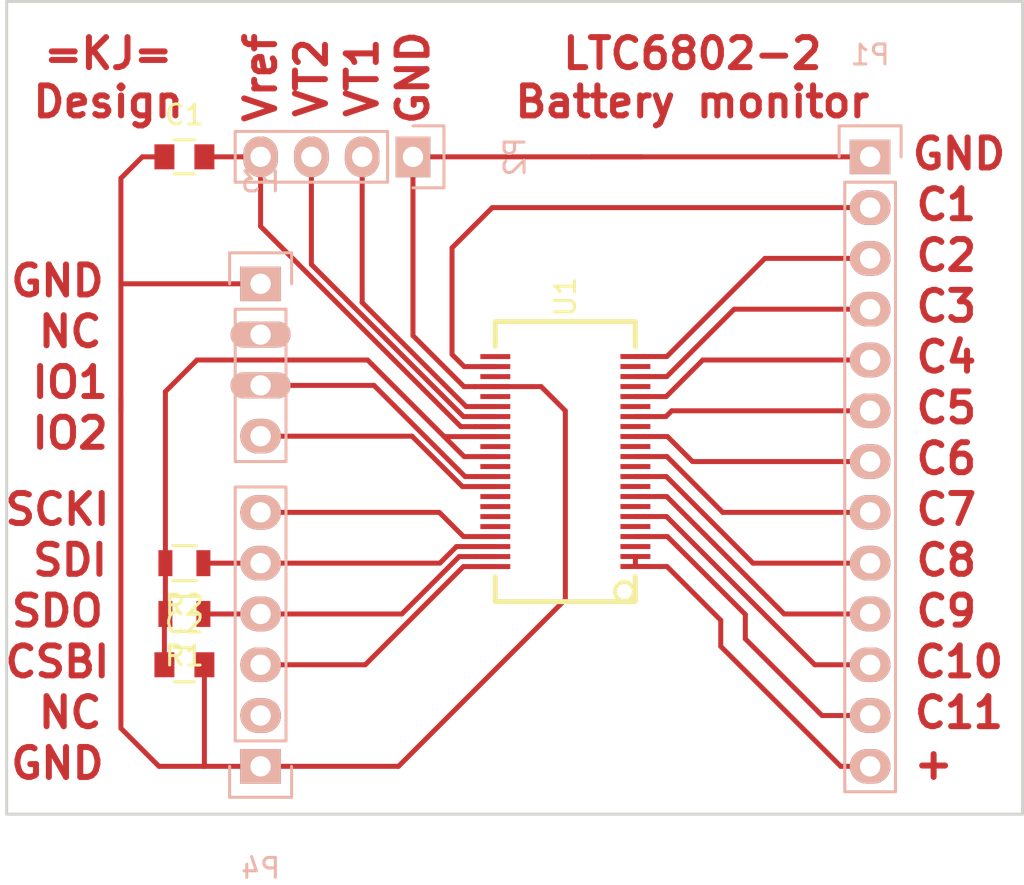
<source format=kicad_pcb>

(kicad_pcb
  (version 4)
  (host pcbnew 4.0.4+e1-6308~48~ubuntu16.04.1-stable)
  (general
    (links 35)
    (no_connects 0)
    (area 101.524999 111.684999 152.475001 152.475001)
    (thickness 1.6)
    (drawings 35)
    (tracks 114)
    (zones 0)
    (modules 9)
    (nets 24))
  (page A4)
  (layers
    (0 F.Cu signal)
    (31 B.Cu signal)
    (32 B.Adhes user)
    (33 F.Adhes user)
    (34 B.Paste user)
    (35 F.Paste user)
    (36 B.SilkS user)
    (37 F.SilkS user)
    (38 B.Mask user)
    (39 F.Mask user)
    (40 Dwgs.User user)
    (41 Cmts.User user)
    (42 Eco1.User user)
    (43 Eco2.User user)
    (44 Edge.Cuts user)
    (45 Margin user)
    (46 B.CrtYd user)
    (47 F.CrtYd user)
    (48 B.Fab user)
    (49 F.Fab user))
  (setup
    (last_trace_width 0.25)
    (user_trace_width 0.3)
    (user_trace_width 0.4)
    (user_trace_width 0.5)
    (trace_clearance 0.2)
    (zone_clearance 0.508)
    (zone_45_only no)
    (trace_min 0.2)
    (segment_width 0.2)
    (edge_width 0.15)
    (via_size 0.6)
    (via_drill 0.4)
    (via_min_size 0.4)
    (via_min_drill 0.3)
    (uvia_size 0.3)
    (uvia_drill 0.1)
    (uvias_allowed no)
    (uvia_min_size 0.2)
    (uvia_min_drill 0.1)
    (pcb_text_width 0.3)
    (pcb_text_size 1.5 1.5)
    (mod_edge_width 0.15)
    (mod_text_size 1 1)
    (mod_text_width 0.15)
    (pad_size 3 1.3)
    (pad_drill 1.016)
    (pad_to_mask_clearance 0.2)
    (aux_axis_origin 0 0)
    (visible_elements FFFFFF7F)
    (pcbplotparams
      (layerselection 0x00030_80000001)
      (usegerberextensions false)
      (excludeedgelayer true)
      (linewidth 0.1)
      (plotframeref false)
      (viasonmask false)
      (mode 1)
      (useauxorigin false)
      (hpglpennumber 1)
      (hpglpenspeed 20)
      (hpglpendiameter 15)
      (hpglpenoverlay 2)
      (psnegative false)
      (psa4output false)
      (plotreference true)
      (plotvalue true)
      (plotinvisibletext false)
      (padsonsilk false)
      (subtractmaskfromsilk false)
      (outputformat 1)
      (mirror false)
      (drillshape 1)
      (scaleselection 1)
      (outputdirectory "")))
  (net 0 "")
  (net 1 GND)
  (net 2 "Net-(C1-Pad2)")
  (net 3 +5V)
  (net 4 "Net-(P1-Pad2)")
  (net 5 "Net-(P1-Pad3)")
  (net 6 "Net-(P1-Pad4)")
  (net 7 "Net-(P1-Pad5)")
  (net 8 "Net-(P1-Pad6)")
  (net 9 "Net-(P1-Pad7)")
  (net 10 "Net-(P1-Pad8)")
  (net 11 "Net-(P1-Pad9)")
  (net 12 "Net-(P1-Pad10)")
  (net 13 "Net-(P1-Pad11)")
  (net 14 "Net-(P1-Pad12)")
  (net 15 "Net-(P1-Pad13)")
  (net 16 "Net-(P2-Pad3)")
  (net 17 "Net-(P3-Pad3)")
  (net 18 "Net-(P3-Pad4)")
  (net 19 "Net-(P4-Pad3)")
  (net 20 "Net-(P4-Pad4)")
  (net 21 "Net-(P4-Pad5)")
  (net 22 "Net-(P4-Pad6)")
  (net 23 "Net-(P2-Pad2)")
  (net_class Default "This is the default net class."
    (clearance 0.2)
    (trace_width 0.25)
    (via_dia 0.6)
    (via_drill 0.4)
    (uvia_dia 0.3)
    (uvia_drill 0.1)
    (add_net +5V)
    (add_net GND)
    (add_net "Net-(C1-Pad2)")
    (add_net "Net-(P1-Pad10)")
    (add_net "Net-(P1-Pad11)")
    (add_net "Net-(P1-Pad12)")
    (add_net "Net-(P1-Pad13)")
    (add_net "Net-(P1-Pad2)")
    (add_net "Net-(P1-Pad3)")
    (add_net "Net-(P1-Pad4)")
    (add_net "Net-(P1-Pad5)")
    (add_net "Net-(P1-Pad6)")
    (add_net "Net-(P1-Pad7)")
    (add_net "Net-(P1-Pad8)")
    (add_net "Net-(P1-Pad9)")
    (add_net "Net-(P2-Pad2)")
    (add_net "Net-(P2-Pad3)")
    (add_net "Net-(P3-Pad3)")
    (add_net "Net-(P3-Pad4)")
    (add_net "Net-(P4-Pad3)")
    (add_net "Net-(P4-Pad4)")
    (add_net "Net-(P4-Pad5)")
    (add_net "Net-(P4-Pad6)"))
  (module Pin_Headers:Pin_Header_Straight_1x13
    (layer B.Cu)
    (tedit 0)
    (tstamp 581348BC)
    (at 144.78 119.52693 180)
    (descr "Through hole pin header")
    (tags "pin header")
    (path /58134AE3)
    (fp_text reference P1
      (at 0 5.1 180)
      (layer B.SilkS)
      (effects
        (font
          (size 1 1)
          (thickness 0.15))
        (justify mirror)))
    (fp_text value CONN_01X13
      (at 0 3.1 180)
      (layer B.Fab)
      (effects
        (font
          (size 1 1)
          (thickness 0.15))
        (justify mirror)))
    (fp_line
      (start -1.75 1.75)
      (end -1.75 -32.25)
      (layer B.CrtYd)
      (width 0.05))
    (fp_line
      (start 1.75 1.75)
      (end 1.75 -32.25)
      (layer B.CrtYd)
      (width 0.05))
    (fp_line
      (start -1.75 1.75)
      (end 1.75 1.75)
      (layer B.CrtYd)
      (width 0.05))
    (fp_line
      (start -1.75 -32.25)
      (end 1.75 -32.25)
      (layer B.CrtYd)
      (width 0.05))
    (fp_line
      (start -1.27 -1.27)
      (end -1.27 -31.75)
      (layer B.SilkS)
      (width 0.15))
    (fp_line
      (start -1.27 -31.75)
      (end 1.27 -31.75)
      (layer B.SilkS)
      (width 0.15))
    (fp_line
      (start 1.27 -31.75)
      (end 1.27 -1.27)
      (layer B.SilkS)
      (width 0.15))
    (fp_line
      (start 1.55 1.55)
      (end 1.55 0)
      (layer B.SilkS)
      (width 0.15))
    (fp_line
      (start 1.27 -1.27)
      (end -1.27 -1.27)
      (layer B.SilkS)
      (width 0.15))
    (fp_line
      (start -1.55 0)
      (end -1.55 1.55)
      (layer B.SilkS)
      (width 0.15))
    (fp_line
      (start -1.55 1.55)
      (end 1.55 1.55)
      (layer B.SilkS)
      (width 0.15))
    (pad 1 thru_hole rect
      (at 0 0 180)
      (size 2.032 1.7272)
      (drill 1.016)
      (layers *.Cu *.Mask B.SilkS)
      (net 1 GND))
    (pad 2 thru_hole oval
      (at 0 -2.54 180)
      (size 2.032 1.7272)
      (drill 1.016)
      (layers *.Cu *.Mask B.SilkS)
      (net 4 "Net-(P1-Pad2)"))
    (pad 3 thru_hole oval
      (at 0 -5.08 180)
      (size 2.032 1.7272)
      (drill 1.016)
      (layers *.Cu *.Mask B.SilkS)
      (net 5 "Net-(P1-Pad3)"))
    (pad 4 thru_hole oval
      (at 0 -7.62 180)
      (size 2.032 1.7272)
      (drill 1.016)
      (layers *.Cu *.Mask B.SilkS)
      (net 6 "Net-(P1-Pad4)"))
    (pad 5 thru_hole oval
      (at 0 -10.16 180)
      (size 2.032 1.7272)
      (drill 1.016)
      (layers *.Cu *.Mask B.SilkS)
      (net 7 "Net-(P1-Pad5)"))
    (pad 6 thru_hole oval
      (at 0 -12.7 180)
      (size 2.032 1.7272)
      (drill 1.016)
      (layers *.Cu *.Mask B.SilkS)
      (net 8 "Net-(P1-Pad6)"))
    (pad 7 thru_hole oval
      (at 0 -15.24 180)
      (size 2.032 1.7272)
      (drill 1.016)
      (layers *.Cu *.Mask B.SilkS)
      (net 9 "Net-(P1-Pad7)"))
    (pad 8 thru_hole oval
      (at 0 -17.78 180)
      (size 2.032 1.7272)
      (drill 1.016)
      (layers *.Cu *.Mask B.SilkS)
      (net 10 "Net-(P1-Pad8)"))
    (pad 9 thru_hole oval
      (at 0 -20.32 180)
      (size 2.032 1.7272)
      (drill 1.016)
      (layers *.Cu *.Mask B.SilkS)
      (net 11 "Net-(P1-Pad9)"))
    (pad 10 thru_hole oval
      (at 0 -22.86 180)
      (size 2.032 1.7272)
      (drill 1.016)
      (layers *.Cu *.Mask B.SilkS)
      (net 12 "Net-(P1-Pad10)"))
    (pad 11 thru_hole oval
      (at 0 -25.4 180)
      (size 2.032 1.7272)
      (drill 1.016)
      (layers *.Cu *.Mask B.SilkS)
      (net 13 "Net-(P1-Pad11)"))
    (pad 12 thru_hole oval
      (at 0 -27.94 180)
      (size 2.032 1.7272)
      (drill 1.016)
      (layers *.Cu *.Mask B.SilkS)
      (net 14 "Net-(P1-Pad12)"))
    (pad 13 thru_hole oval
      (at 0 -30.48 180)
      (size 2.032 1.7272)
      (drill 1.016)
      (layers *.Cu *.Mask B.SilkS)
      (net 15 "Net-(P1-Pad13)"))
    (model Pin_Headers.3dshapes/Pin_Header_Straight_1x13.wrl
      (at
        (xyz 0 -0.6 0))
      (scale
        (xyz 1 1 1))
      (rotate
        (xyz 0 0 90))))
  (module Pin_Headers:Pin_Header_Straight_1x04
    (layer B.Cu)
    (tedit 0)
    (tstamp 581348C4)
    (at 121.92 119.52693 90)
    (descr "Through hole pin header")
    (tags "pin header")
    (path /58134C1B)
    (fp_text reference P2
      (at 0 5.1 90)
      (layer B.SilkS)
      (effects
        (font
          (size 1 1)
          (thickness 0.15))
        (justify mirror)))
    (fp_text value CONN_01X04
      (at 0 3.1 90)
      (layer B.Fab)
      (effects
        (font
          (size 1 1)
          (thickness 0.15))
        (justify mirror)))
    (fp_line
      (start -1.75 1.75)
      (end -1.75 -9.4)
      (layer B.CrtYd)
      (width 0.05))
    (fp_line
      (start 1.75 1.75)
      (end 1.75 -9.4)
      (layer B.CrtYd)
      (width 0.05))
    (fp_line
      (start -1.75 1.75)
      (end 1.75 1.75)
      (layer B.CrtYd)
      (width 0.05))
    (fp_line
      (start -1.75 -9.4)
      (end 1.75 -9.4)
      (layer B.CrtYd)
      (width 0.05))
    (fp_line
      (start -1.27 -1.27)
      (end -1.27 -8.89)
      (layer B.SilkS)
      (width 0.15))
    (fp_line
      (start 1.27 -1.27)
      (end 1.27 -8.89)
      (layer B.SilkS)
      (width 0.15))
    (fp_line
      (start 1.55 1.55)
      (end 1.55 0)
      (layer B.SilkS)
      (width 0.15))
    (fp_line
      (start -1.27 -8.89)
      (end 1.27 -8.89)
      (layer B.SilkS)
      (width 0.15))
    (fp_line
      (start 1.27 -1.27)
      (end -1.27 -1.27)
      (layer B.SilkS)
      (width 0.15))
    (fp_line
      (start -1.55 0)
      (end -1.55 1.55)
      (layer B.SilkS)
      (width 0.15))
    (fp_line
      (start -1.55 1.55)
      (end 1.55 1.55)
      (layer B.SilkS)
      (width 0.15))
    (pad 1 thru_hole rect
      (at 0 0 90)
      (size 2.032 1.7272)
      (drill 1.016)
      (layers *.Cu *.Mask B.SilkS)
      (net 1 GND))
    (pad 2 thru_hole oval
      (at 0 -2.54 90)
      (size 2.032 1.7272)
      (drill 1.016)
      (layers *.Cu *.Mask B.SilkS)
      (net 23 "Net-(P2-Pad2)"))
    (pad 3 thru_hole oval
      (at 0 -5.08 90)
      (size 2.032 1.7272)
      (drill 1.016)
      (layers *.Cu *.Mask B.SilkS)
      (net 16 "Net-(P2-Pad3)"))
    (pad 4 thru_hole oval
      (at 0 -7.62 90)
      (size 2.032 1.7272)
      (drill 1.016)
      (layers *.Cu *.Mask B.SilkS)
      (net 2 "Net-(C1-Pad2)"))
    (model Pin_Headers.3dshapes/Pin_Header_Straight_1x04.wrl
      (at
        (xyz 0 -0.15 0))
      (scale
        (xyz 1 1 1))
      (rotate
        (xyz 0 0 90))))
  (module Pin_Headers:Pin_Header_Straight_1x04
    (layer B.Cu)
    (tedit 5813527D)
    (tstamp 581348CC)
    (at 114.3 125.87693 180)
    (descr "Through hole pin header")
    (tags "pin header")
    (path /5813505B)
    (fp_text reference P3
      (at 0 5.1 180)
      (layer B.SilkS)
      (effects
        (font
          (size 1 1)
          (thickness 0.15))
        (justify mirror)))
    (fp_text value CONN_01X04
      (at 0 3.1 180)
      (layer B.Fab)
      (effects
        (font
          (size 1 1)
          (thickness 0.15))
        (justify mirror)))
    (fp_line
      (start -1.75 1.75)
      (end -1.75 -9.4)
      (layer B.CrtYd)
      (width 0.05))
    (fp_line
      (start 1.75 1.75)
      (end 1.75 -9.4)
      (layer B.CrtYd)
      (width 0.05))
    (fp_line
      (start -1.75 1.75)
      (end 1.75 1.75)
      (layer B.CrtYd)
      (width 0.05))
    (fp_line
      (start -1.75 -9.4)
      (end 1.75 -9.4)
      (layer B.CrtYd)
      (width 0.05))
    (fp_line
      (start -1.27 -1.27)
      (end -1.27 -8.89)
      (layer B.SilkS)
      (width 0.15))
    (fp_line
      (start 1.27 -1.27)
      (end 1.27 -8.89)
      (layer B.SilkS)
      (width 0.15))
    (fp_line
      (start 1.55 1.55)
      (end 1.55 0)
      (layer B.SilkS)
      (width 0.15))
    (fp_line
      (start -1.27 -8.89)
      (end 1.27 -8.89)
      (layer B.SilkS)
      (width 0.15))
    (fp_line
      (start 1.27 -1.27)
      (end -1.27 -1.27)
      (layer B.SilkS)
      (width 0.15))
    (fp_line
      (start -1.55 0)
      (end -1.55 1.55)
      (layer B.SilkS)
      (width 0.15))
    (fp_line
      (start -1.55 1.55)
      (end 1.55 1.55)
      (layer B.SilkS)
      (width 0.15))
    (pad 1 thru_hole rect
      (at 0 0 180)
      (size 2.032 1.7272)
      (drill 1.016)
      (layers *.Cu *.Mask B.SilkS)
      (net 1 GND))
    (pad 2 thru_hole oval
      (at 0 -2.54 180)
      (size 3 1.3)
      (drill 1.016)
      (layers *.Cu *.Mask B.SilkS))
    (pad 3 thru_hole oval
      (at 0 -5.08 180)
      (size 3 1.3)
      (drill 1.016)
      (layers *.Cu *.Mask B.SilkS)
      (net 17 "Net-(P3-Pad3)"))
    (pad 4 thru_hole oval
      (at 0 -7.62 180)
      (size 2.032 1.7272)
      (drill 1.016)
      (layers *.Cu *.Mask B.SilkS)
      (net 18 "Net-(P3-Pad4)"))
    (model Pin_Headers.3dshapes/Pin_Header_Straight_1x04.wrl
      (at
        (xyz 0 -0.15 0))
      (scale
        (xyz 1 1 1))
      (rotate
        (xyz 0 0 90))))
  (module Pin_Headers:Pin_Header_Straight_1x06
    (layer B.Cu)
    (tedit 0)
    (tstamp 581348D6)
    (at 114.3 150.00693)
    (descr "Through hole pin header")
    (tags "pin header")
    (path /58135470)
    (fp_text reference P4
      (at 0 5.1)
      (layer B.SilkS)
      (effects
        (font
          (size 1 1)
          (thickness 0.15))
        (justify mirror)))
    (fp_text value CONN_01X06
      (at 0 3.1)
      (layer B.Fab)
      (effects
        (font
          (size 1 1)
          (thickness 0.15))
        (justify mirror)))
    (fp_line
      (start -1.75 1.75)
      (end -1.75 -14.45)
      (layer B.CrtYd)
      (width 0.05))
    (fp_line
      (start 1.75 1.75)
      (end 1.75 -14.45)
      (layer B.CrtYd)
      (width 0.05))
    (fp_line
      (start -1.75 1.75)
      (end 1.75 1.75)
      (layer B.CrtYd)
      (width 0.05))
    (fp_line
      (start -1.75 -14.45)
      (end 1.75 -14.45)
      (layer B.CrtYd)
      (width 0.05))
    (fp_line
      (start 1.27 -1.27)
      (end 1.27 -13.97)
      (layer B.SilkS)
      (width 0.15))
    (fp_line
      (start 1.27 -13.97)
      (end -1.27 -13.97)
      (layer B.SilkS)
      (width 0.15))
    (fp_line
      (start -1.27 -13.97)
      (end -1.27 -1.27)
      (layer B.SilkS)
      (width 0.15))
    (fp_line
      (start 1.55 1.55)
      (end 1.55 0)
      (layer B.SilkS)
      (width 0.15))
    (fp_line
      (start 1.27 -1.27)
      (end -1.27 -1.27)
      (layer B.SilkS)
      (width 0.15))
    (fp_line
      (start -1.55 0)
      (end -1.55 1.55)
      (layer B.SilkS)
      (width 0.15))
    (fp_line
      (start -1.55 1.55)
      (end 1.55 1.55)
      (layer B.SilkS)
      (width 0.15))
    (pad 1 thru_hole rect
      (at 0 0)
      (size 2.032 1.7272)
      (drill 1.016)
      (layers *.Cu *.Mask B.SilkS)
      (net 1 GND))
    (pad 2 thru_hole oval
      (at 0 -2.54)
      (size 2.032 1.7272)
      (drill 1.016)
      (layers *.Cu *.Mask B.SilkS))
    (pad 3 thru_hole oval
      (at 0 -5.08)
      (size 2.032 1.7272)
      (drill 1.016)
      (layers *.Cu *.Mask B.SilkS)
      (net 19 "Net-(P4-Pad3)"))
    (pad 4 thru_hole oval
      (at 0 -7.62)
      (size 2.032 1.7272)
      (drill 1.016)
      (layers *.Cu *.Mask B.SilkS)
      (net 20 "Net-(P4-Pad4)"))
    (pad 5 thru_hole oval
      (at 0 -10.16)
      (size 2.032 1.7272)
      (drill 1.016)
      (layers *.Cu *.Mask B.SilkS)
      (net 21 "Net-(P4-Pad5)"))
    (pad 6 thru_hole oval
      (at 0 -12.7)
      (size 2.032 1.7272)
      (drill 1.016)
      (layers *.Cu *.Mask B.SilkS)
      (net 22 "Net-(P4-Pad6)"))
    (model Pin_Headers.3dshapes/Pin_Header_Straight_1x06.wrl
      (at
        (xyz 0 -0.25 0))
      (scale
        (xyz 1 1 1))
      (rotate
        (xyz 0 0 90))))
  (module KiCad-Dev:SSOP-44 placed
    (layer F.Cu)
    (tedit 5146436F)
    (tstamp 58134912)
    (at 129.54 134.76693 90)
    (path /58133900)
    (solder_mask_margin 0.0508)
    (fp_text reference U1
      (at 8.25 0 90)
      (layer F.SilkS)
      (effects
        (font
          (size 1.00076 1.00076)
          (thickness 0.14986))))
    (fp_text value LTC6802-2
      (at -0.14986 1.39954 90)
      (layer F.SilkS) hide
      (effects
        (font
          (thickness 0.3048))))
    (fp_line
      (start 5.75 -3.5)
      (end 7 -3.5)
      (layer F.SilkS)
      (width 0.254))
    (fp_line
      (start 7 -3.5)
      (end 7 3.5)
      (layer F.SilkS)
      (width 0.254))
    (fp_line
      (start 7 3.5)
      (end 5.75 3.5)
      (layer F.SilkS)
      (width 0.254))
    (fp_line
      (start -5.75 -3.5)
      (end -7 -3.5)
      (layer F.SilkS)
      (width 0.254))
    (fp_line
      (start -7 -3.5)
      (end -7 3.5)
      (layer F.SilkS)
      (width 0.254))
    (fp_line
      (start -7 3.5)
      (end -5.75 3.5)
      (layer F.SilkS)
      (width 0.254))
    (fp_circle
      (center -6.4991 2.95034)
      (end -6.10032 3.19926)
      (layer F.SilkS)
      (width 0.19558))
    (pad 1 smd rect
      (at -5.24764 3.50266 90)
      (size 0.24892 1.4986)
      (layers F.Cu F.Paste F.Mask)
      (net 15 "Net-(P1-Pad13)"))
    (pad 2 smd rect
      (at -4.74726 3.50266 90)
      (size 0.24892 1.4986)
      (layers F.Cu F.Paste F.Mask)
      (net 15 "Net-(P1-Pad13)"))
    (pad 3 smd rect
      (at -4.24942 3.50266 90)
      (size 0.24892 1.4986)
      (layers F.Cu F.Paste F.Mask))
    (pad 4 smd rect
      (at -3.74904 3.50266 90)
      (size 0.24892 1.4986)
      (layers F.Cu F.Paste F.Mask)
      (net 14 "Net-(P1-Pad12)"))
    (pad 5 smd rect
      (at -3.24866 3.50266 90)
      (size 0.24892 1.4986)
      (layers F.Cu F.Paste F.Mask))
    (pad 6 smd rect
      (at -2.74828 3.50266 90)
      (size 0.24892 1.4986)
      (layers F.Cu F.Paste F.Mask)
      (net 13 "Net-(P1-Pad11)"))
    (pad 7 smd rect
      (at -2.2479 3.50266 90)
      (size 0.24892 1.4986)
      (layers F.Cu F.Paste F.Mask))
    (pad 8 smd rect
      (at -1.74752 3.50266 90)
      (size 0.24892 1.4986)
      (layers F.Cu F.Paste F.Mask)
      (net 12 "Net-(P1-Pad10)"))
    (pad 9 smd rect
      (at -1.24714 3.50266 90)
      (size 0.24892 1.4986)
      (layers F.Cu F.Paste F.Mask))
    (pad 10 smd rect
      (at -0.7493 3.50266 90)
      (size 0.24892 1.4986)
      (layers F.Cu F.Paste F.Mask)
      (net 11 "Net-(P1-Pad9)"))
    (pad 11 smd rect
      (at -0.24892 3.50266 90)
      (size 0.24892 1.4986)
      (layers F.Cu F.Paste F.Mask))
    (pad 12 smd rect
      (at 0.25146 3.50266 90)
      (size 0.24892 1.4986)
      (layers F.Cu F.Paste F.Mask)
      (net 10 "Net-(P1-Pad8)"))
    (pad 13 smd rect
      (at 0.75184 3.50266 90)
      (size 0.24892 1.4986)
      (layers F.Cu F.Paste F.Mask))
    (pad 14 smd rect
      (at 1.25222 3.50266 90)
      (size 0.24892 1.4986)
      (layers F.Cu F.Paste F.Mask)
      (net 9 "Net-(P1-Pad7)"))
    (pad 15 smd rect
      (at 1.7526 3.50266 90)
      (size 0.24892 1.4986)
      (layers F.Cu F.Paste F.Mask))
    (pad 16 smd rect
      (at 2.25044 3.50266 90)
      (size 0.24892 1.4986)
      (layers F.Cu F.Paste F.Mask)
      (net 8 "Net-(P1-Pad6)"))
    (pad 17 smd rect
      (at 2.75082 3.50266 90)
      (size 0.24892 1.4986)
      (layers F.Cu F.Paste F.Mask))
    (pad 18 smd rect
      (at 3.2512 3.50266 90)
      (size 0.24892 1.4986)
      (layers F.Cu F.Paste F.Mask)
      (net 7 "Net-(P1-Pad5)"))
    (pad 19 smd rect
      (at 3.75158 3.50266 90)
      (size 0.24892 1.4986)
      (layers F.Cu F.Paste F.Mask))
    (pad 20 smd rect
      (at 4.25196 3.50266 90)
      (size 0.24892 1.4986)
      (layers F.Cu F.Paste F.Mask)
      (net 6 "Net-(P1-Pad4)"))
    (pad 21 smd rect
      (at 4.75234 3.50266 90)
      (size 0.24892 1.4986)
      (layers F.Cu F.Paste F.Mask))
    (pad 22 smd rect
      (at 5.25272 3.50266 90)
      (size 0.24892 1.4986)
      (layers F.Cu F.Paste F.Mask)
      (net 5 "Net-(P1-Pad3)"))
    (pad 23 smd rect
      (at 5.25018 -3.50266 90)
      (size 0.24892 1.4986)
      (layers F.Cu F.Paste F.Mask))
    (pad 24 smd rect
      (at 4.7498 -3.50266 90)
      (size 0.24892 1.4986)
      (layers F.Cu F.Paste F.Mask)
      (net 4 "Net-(P1-Pad2)"))
    (pad 25 smd rect
      (at 4.24942 -3.50266 90)
      (size 0.24892 1.4986)
      (layers F.Cu F.Paste F.Mask))
    (pad 26 smd rect
      (at 3.74904 -3.50266 90)
      (size 0.24892 1.4986)
      (layers F.Cu F.Paste F.Mask)
      (net 1 GND))
    (pad 27 smd rect
      (at 3.2512 -3.50266 90)
      (size 0.24892 1.4986)
      (layers F.Cu F.Paste F.Mask))
    (pad 28 smd rect
      (at 2.75082 -3.50266 90)
      (size 0.24892 1.4986)
      (layers F.Cu F.Paste F.Mask)
      (net 23 "Net-(P2-Pad2)"))
    (pad 29 smd rect
      (at 2.25044 -3.50266 90)
      (size 0.24892 1.4986)
      (layers F.Cu F.Paste F.Mask)
      (net 16 "Net-(P2-Pad3)"))
    (pad 30 smd rect
      (at 1.75006 -3.50266 90)
      (size 0.24892 1.4986)
      (layers F.Cu F.Paste F.Mask)
      (net 2 "Net-(C1-Pad2)"))
    (pad 31 smd rect
      (at 1.24968 -3.50266 90)
      (size 0.24892 1.4986)
      (layers F.Cu F.Paste F.Mask)
      (net 3 +5V))
    (pad 32 smd rect
      (at 0.7493 -3.50266 90)
      (size 0.24892 1.4986)
      (layers F.Cu F.Paste F.Mask))
    (pad 33 smd rect
      (at 0.24892 -3.50266 90)
      (size 0.24892 1.4986)
      (layers F.Cu F.Paste F.Mask)
      (net 3 +5V))
    (pad 34 smd rect
      (at -0.24892 -3.50266 90)
      (size 0.24892 1.4986)
      (layers F.Cu F.Paste F.Mask))
    (pad 35 smd rect
      (at -0.7493 -3.50266 90)
      (size 0.24892 1.4986)
      (layers F.Cu F.Paste F.Mask)
      (net 17 "Net-(P3-Pad3)"))
    (pad 36 smd rect
      (at -1.24968 -3.50266 90)
      (size 0.24892 1.4986)
      (layers F.Cu F.Paste F.Mask)
      (net 18 "Net-(P3-Pad4)"))
    (pad 37 smd rect
      (at -1.75006 -3.50266 90)
      (size 0.24892 1.4986)
      (layers F.Cu F.Paste F.Mask))
    (pad 38 smd rect
      (at -2.25044 -3.50266 90)
      (size 0.24892 1.4986)
      (layers F.Cu F.Paste F.Mask))
    (pad 39 smd rect
      (at -2.75082 -3.50266 90)
      (size 0.24892 1.4986)
      (layers F.Cu F.Paste F.Mask))
    (pad 40 smd rect
      (at -3.2512 -3.50266 90)
      (size 0.24892 1.4986)
      (layers F.Cu F.Paste F.Mask))
    (pad 41 smd rect
      (at -3.74904 -3.50266 90)
      (size 0.24892 1.4986)
      (layers F.Cu F.Paste F.Mask)
      (net 22 "Net-(P4-Pad6)"))
    (pad 42 smd rect
      (at -4.24942 -3.50266 90)
      (size 0.24892 1.4986)
      (layers F.Cu F.Paste F.Mask)
      (net 21 "Net-(P4-Pad5)"))
    (pad 43 smd rect
      (at -4.7498 -3.50266 90)
      (size 0.24892 1.4986)
      (layers F.Cu F.Paste F.Mask)
      (net 20 "Net-(P4-Pad4)"))
    (pad 44 smd rect
      (at -5.25018 -3.50266 90)
      (size 0.24892 1.4986)
      (layers F.Cu F.Paste F.Mask)
      (net 19 "Net-(P4-Pad3)")))
  (module Capacitors_SMD:C_0805
    (layer F.Cu)
    (tedit 5415D6EA)
    (tstamp 58134A0B)
    (at 110.49 119.52693)
    (descr "Capacitor SMD 0805, reflow soldering, AVX (see smccp.pdf)")
    (tags "capacitor 0805")
    (path /58134476)
    (attr smd)
    (fp_text reference C1
      (at 0 -2.1)
      (layer F.SilkS)
      (effects
        (font
          (size 1 1)
          (thickness 0.15))))
    (fp_text value C
      (at 0 2.1)
      (layer F.Fab)
      (effects
        (font
          (size 1 1)
          (thickness 0.15))))
    (fp_line
      (start -1 0.625)
      (end -1 -0.625)
      (layer F.Fab)
      (width 0.15))
    (fp_line
      (start 1 0.625)
      (end -1 0.625)
      (layer F.Fab)
      (width 0.15))
    (fp_line
      (start 1 -0.625)
      (end 1 0.625)
      (layer F.Fab)
      (width 0.15))
    (fp_line
      (start -1 -0.625)
      (end 1 -0.625)
      (layer F.Fab)
      (width 0.15))
    (fp_line
      (start -1.8 -1)
      (end 1.8 -1)
      (layer F.CrtYd)
      (width 0.05))
    (fp_line
      (start -1.8 1)
      (end 1.8 1)
      (layer F.CrtYd)
      (width 0.05))
    (fp_line
      (start -1.8 -1)
      (end -1.8 1)
      (layer F.CrtYd)
      (width 0.05))
    (fp_line
      (start 1.8 -1)
      (end 1.8 1)
      (layer F.CrtYd)
      (width 0.05))
    (fp_line
      (start 0.5 -0.85)
      (end -0.5 -0.85)
      (layer F.SilkS)
      (width 0.15))
    (fp_line
      (start -0.5 0.85)
      (end 0.5 0.85)
      (layer F.SilkS)
      (width 0.15))
    (pad 1 smd rect
      (at -1 0)
      (size 1 1.25)
      (layers F.Cu F.Paste F.Mask)
      (net 1 GND))
    (pad 2 smd rect
      (at 1 0)
      (size 1 1.25)
      (layers F.Cu F.Paste F.Mask)
      (net 2 "Net-(C1-Pad2)"))
    (model Capacitors_SMD.3dshapes/C_0805.wrl
      (at
        (xyz 0 0 0))
      (scale
        (xyz 1 1 1))
      (rotate
        (xyz 0 0 0))))
  (module Capacitors_SMD:C_0805
    (layer F.Cu)
    (tedit 5415D6EA)
    (tstamp 58134A10)
    (at 110.49 144.92693)
    (descr "Capacitor SMD 0805, reflow soldering, AVX (see smccp.pdf)")
    (tags "capacitor 0805")
    (path /581340D0)
    (attr smd)
    (fp_text reference C2
      (at 0 -2.1)
      (layer F.SilkS)
      (effects
        (font
          (size 1 1)
          (thickness 0.15))))
    (fp_text value C
      (at 0 2.1)
      (layer F.Fab)
      (effects
        (font
          (size 1 1)
          (thickness 0.15))))
    (fp_line
      (start -1 0.625)
      (end -1 -0.625)
      (layer F.Fab)
      (width 0.15))
    (fp_line
      (start 1 0.625)
      (end -1 0.625)
      (layer F.Fab)
      (width 0.15))
    (fp_line
      (start 1 -0.625)
      (end 1 0.625)
      (layer F.Fab)
      (width 0.15))
    (fp_line
      (start -1 -0.625)
      (end 1 -0.625)
      (layer F.Fab)
      (width 0.15))
    (fp_line
      (start -1.8 -1)
      (end 1.8 -1)
      (layer F.CrtYd)
      (width 0.05))
    (fp_line
      (start -1.8 1)
      (end 1.8 1)
      (layer F.CrtYd)
      (width 0.05))
    (fp_line
      (start -1.8 -1)
      (end -1.8 1)
      (layer F.CrtYd)
      (width 0.05))
    (fp_line
      (start 1.8 -1)
      (end 1.8 1)
      (layer F.CrtYd)
      (width 0.05))
    (fp_line
      (start 0.5 -0.85)
      (end -0.5 -0.85)
      (layer F.SilkS)
      (width 0.15))
    (fp_line
      (start -0.5 0.85)
      (end 0.5 0.85)
      (layer F.SilkS)
      (width 0.15))
    (pad 1 smd rect
      (at -1 0)
      (size 1 1.25)
      (layers F.Cu F.Paste F.Mask)
      (net 3 +5V))
    (pad 2 smd rect
      (at 1 0)
      (size 1 1.25)
      (layers F.Cu F.Paste F.Mask)
      (net 1 GND))
    (model Capacitors_SMD.3dshapes/C_0805.wrl
      (at
        (xyz 0 0 0))
      (scale
        (xyz 1 1 1))
      (rotate
        (xyz 0 0 0))))
  (module Resistors_SMD:R_0805
    (layer F.Cu)
    (tedit 5415CDEB)
    (tstamp 58134A15)
    (at 110.49 142.38693 180)
    (descr "Resistor SMD 0805, reflow soldering, Vishay (see dcrcw.pdf)")
    (tags "resistor 0805")
    (path /58133EAB)
    (attr smd)
    (fp_text reference R1
      (at 0 -2.1 180)
      (layer F.SilkS)
      (effects
        (font
          (size 1 1)
          (thickness 0.15))))
    (fp_text value R
      (at 0 2.1 180)
      (layer F.Fab)
      (effects
        (font
          (size 1 1)
          (thickness 0.15))))
    (fp_line
      (start -1.6 -1)
      (end 1.6 -1)
      (layer F.CrtYd)
      (width 0.05))
    (fp_line
      (start -1.6 1)
      (end 1.6 1)
      (layer F.CrtYd)
      (width 0.05))
    (fp_line
      (start -1.6 -1)
      (end -1.6 1)
      (layer F.CrtYd)
      (width 0.05))
    (fp_line
      (start 1.6 -1)
      (end 1.6 1)
      (layer F.CrtYd)
      (width 0.05))
    (fp_line
      (start 0.6 0.875)
      (end -0.6 0.875)
      (layer F.SilkS)
      (width 0.15))
    (fp_line
      (start -0.6 -0.875)
      (end 0.6 -0.875)
      (layer F.SilkS)
      (width 0.15))
    (pad 1 smd rect
      (at -0.95 0 180)
      (size 0.7 1.3)
      (layers F.Cu F.Paste F.Mask)
      (net 20 "Net-(P4-Pad4)"))
    (pad 2 smd rect
      (at 0.95 0 180)
      (size 0.7 1.3)
      (layers F.Cu F.Paste F.Mask)
      (net 3 +5V))
    (model Resistors_SMD.3dshapes/R_0805.wrl
      (at
        (xyz 0 0 0))
      (scale
        (xyz 1 1 1))
      (rotate
        (xyz 0 0 0))))
  (module Resistors_SMD:R_0805
    (layer F.Cu)
    (tedit 5415CDEB)
    (tstamp 58134A1A)
    (at 110.49 139.84693 180)
    (descr "Resistor SMD 0805, reflow soldering, Vishay (see dcrcw.pdf)")
    (tags "resistor 0805")
    (path /58133F04)
    (attr smd)
    (fp_text reference R2
      (at 0 -2.1 180)
      (layer F.SilkS)
      (effects
        (font
          (size 1 1)
          (thickness 0.15))))
    (fp_text value R
      (at 0 2.1 180)
      (layer F.Fab)
      (effects
        (font
          (size 1 1)
          (thickness 0.15))))
    (fp_line
      (start -1.6 -1)
      (end 1.6 -1)
      (layer F.CrtYd)
      (width 0.05))
    (fp_line
      (start -1.6 1)
      (end 1.6 1)
      (layer F.CrtYd)
      (width 0.05))
    (fp_line
      (start -1.6 -1)
      (end -1.6 1)
      (layer F.CrtYd)
      (width 0.05))
    (fp_line
      (start 1.6 -1)
      (end 1.6 1)
      (layer F.CrtYd)
      (width 0.05))
    (fp_line
      (start 0.6 0.875)
      (end -0.6 0.875)
      (layer F.SilkS)
      (width 0.15))
    (fp_line
      (start -0.6 -0.875)
      (end 0.6 -0.875)
      (layer F.SilkS)
      (width 0.15))
    (pad 1 smd rect
      (at -0.95 0 180)
      (size 0.7 1.3)
      (layers F.Cu F.Paste F.Mask)
      (net 21 "Net-(P4-Pad5)"))
    (pad 2 smd rect
      (at 0.95 0 180)
      (size 0.7 1.3)
      (layers F.Cu F.Paste F.Mask)
      (net 3 +5V))
    (model Resistors_SMD.3dshapes/R_0805.wrl
      (at
        (xyz 0 0 0))
      (scale
        (xyz 1 1 1))
      (rotate
        (xyz 0 0 0))))
  (gr_text NC
    (at 104.775 147.32)
    (layer F.Cu)
    (tstamp 5813A0F2)
    (effects
      (font
        (size 1.5 1.5)
        (thickness 0.3))))
  (gr_text "=KJ=\nDesign"
    (at 106.68 115.57)
    (layer F.Cu)
    (effects
      (font
        (size 1.5 1.5)
        (thickness 0.3))))
  (gr_text "LTC6802-2\nBattery monitor"
    (at 135.89 115.57)
    (layer F.Cu)
    (effects
      (font
        (size 1.5 1.5)
        (thickness 0.3))))
  (gr_text NC
    (at 104.775 128.27)
    (layer F.Cu)
    (effects
      (font
        (size 1.5 1.5)
        (thickness 0.3))))
  (gr_text GND
    (at 104.14 149.86)
    (layer F.Cu)
    (tstamp 5813A001)
    (effects
      (font
        (size 1.5 1.5)
        (thickness 0.3))))
  (gr_text SCKI
    (at 104.14 137.16)
    (layer F.Cu)
    (tstamp 58139FE0)
    (effects
      (font
        (size 1.5 1.5)
        (thickness 0.3))))
  (gr_text SDI
    (at 104.775 139.7)
    (layer F.Cu)
    (tstamp 58139FDE)
    (effects
      (font
        (size 1.5 1.5)
        (thickness 0.3))))
  (gr_text SDO
    (at 104.14 142.24)
    (layer F.Cu)
    (tstamp 58139FDD)
    (effects
      (font
        (size 1.5 1.5)
        (thickness 0.3))))
  (gr_text CSBI
    (at 104.14 144.78)
    (layer F.Cu)
    (effects
      (font
        (size 1.5 1.5)
        (thickness 0.3))))
  (gr_text IO2
    (at 104.775 133.35)
    (layer F.Cu)
    (effects
      (font
        (size 1.5 1.5)
        (thickness 0.3))))
  (gr_text IO1
    (at 104.775 130.81)
    (layer F.Cu)
    (effects
      (font
        (size 1.5 1.5)
        (thickness 0.3))))
  (gr_text GND
    (at 104.14 125.73)
    (layer F.Cu)
    (effects
      (font
        (size 1.5 1.5)
        (thickness 0.3))))
  (gr_text Vref
    (at 114.3 115.57 90)
    (layer F.Cu)
    (tstamp 58139F3C)
    (effects
      (font
        (size 1.5 1.5)
        (thickness 0.3))))
  (gr_text VT2
    (at 116.84 115.57 90)
    (layer F.Cu)
    (tstamp 58139F3B)
    (effects
      (font
        (size 1.5 1.5)
        (thickness 0.3))))
  (gr_text VT1
    (at 119.38 115.57 90)
    (layer F.Cu)
    (effects
      (font
        (size 1.5 1.5)
        (thickness 0.3))))
  (gr_text GND
    (at 121.92 115.57 90)
    (layer F.Cu)
    (effects
      (font
        (size 1.5 1.5)
        (thickness 0.3))))
  (gr_text +
    (at 147.955 149.86)
    (layer F.Cu)
    (tstamp 5.8139e+103)
    (effects
      (font
        (size 1.5 1.5)
        (thickness 0.3))))
  (gr_text C11
    (at 149.225 147.32)
    (layer F.Cu)
    (tstamp 5.8139e+102)
    (effects
      (font
        (size 1.5 1.5)
        (thickness 0.3))))
  (gr_text C10
    (at 149.225 144.78)
    (layer F.Cu)
    (tstamp 5.8139e+100)
    (effects
      (font
        (size 1.5 1.5)
        (thickness 0.3))))
  (gr_text C9
    (at 148.59 142.24)
    (layer F.Cu)
    (tstamp 5.8139e+99)
    (effects
      (font
        (size 1.5 1.5)
        (thickness 0.3))))
  (gr_text C8
    (at 148.59 139.7)
    (layer F.Cu)
    (tstamp 5.8139e+97)
    (effects
      (font
        (size 1.5 1.5)
        (thickness 0.3))))
  (gr_text C7
    (at 148.59 137.16)
    (layer F.Cu)
    (tstamp 58139E8C)
    (effects
      (font
        (size 1.5 1.5)
        (thickness 0.3))))
  (gr_text C6
    (at 148.59 134.62)
    (layer F.Cu)
    (tstamp 58139E8A)
    (effects
      (font
        (size 1.5 1.5)
        (thickness 0.3))))
  (gr_text C5
    (at 148.59 132.08)
    (layer F.Cu)
    (tstamp 5.8139e+93)
    (effects
      (font
        (size 1.5 1.5)
        (thickness 0.3))))
  (gr_text C4
    (at 148.59 129.54)
    (layer F.Cu)
    (tstamp 5.8139e+92)
    (effects
      (font
        (size 1.5 1.5)
        (thickness 0.3))))
  (gr_text C3
    (at 148.59 127)
    (layer F.Cu)
    (tstamp 5.8139e+90)
    (effects
      (font
        (size 1.5 1.5)
        (thickness 0.3))))
  (gr_text C2
    (at 148.59 124.46)
    (layer F.Cu)
    (tstamp 5.8139e+88)
    (effects
      (font
        (size 1.5 1.5)
        (thickness 0.3))))
  (gr_text C1
    (at 148.59 121.92)
    (layer F.Cu)
    (effects
      (font
        (size 1.5 1.5)
        (thickness 0.3))))
  (gr_text GND
    (at 149.225 119.38)
    (layer F.Cu)
    (effects
      (font
        (size 1.5 1.5)
        (thickness 0.3))))
  (gr_line
    (start 101.6 111.76)
    (end 152.4 111.76)
    (layer Edge.Cuts)
    (width 0.15))
  (gr_line
    (start 101.6 152.4)
    (end 101.6 111.76)
    (layer Edge.Cuts)
    (width 0.15))
  (gr_line
    (start 152.4 152.4)
    (end 101.6 152.4)
    (layer Edge.Cuts)
    (width 0.15))
  (gr_line
    (start 152.4 111.76)
    (end 152.4 152.4)
    (layer Edge.Cuts)
    (width 0.15))
  (gr_line
    (start 124.46 142.38693)
    (end 124.46 127.14693)
    (layer Dwgs.User)
    (width 0.2))
  (gr_line
    (start 134.62 142.38693)
    (end 134.62 127.14693)
    (layer Dwgs.User)
    (width 0.2))
  (segment
    (start 114.3 150.00693)
    (end 121.19534 150.00693)
    (width 0.25)
    (layer F.Cu)
    (net 1))
  (segment
    (start 121.19534 150.00693)
    (end 129.54 141.66227)
    (width 0.25)
    (layer F.Cu)
    (net 1))
  (segment
    (start 129.54 141.66227)
    (end 129.54 132.22693)
    (width 0.25)
    (layer F.Cu)
    (net 1))
  (segment
    (start 129.54 132.22693)
    (end 128.33096 131.01789)
    (width 0.25)
    (layer F.Cu)
    (net 1))
  (segment
    (start 128.33096 131.01789)
    (end 126.03734 131.01789)
    (width 0.25)
    (layer F.Cu)
    (net 1))
  (segment
    (start 121.92 119.52693)
    (end 121.92 128.469043)
    (width 0.25)
    (layer F.Cu)
    (net 1))
  (segment
    (start 121.92 128.469043)
    (end 124.468847 131.01789)
    (width 0.25)
    (layer F.Cu)
    (net 1))
  (segment
    (start 124.468847 131.01789)
    (end 125.03804 131.01789)
    (width 0.25)
    (layer F.Cu)
    (net 1))
  (segment
    (start 125.03804 131.01789)
    (end 126.03734 131.01789)
    (width 0.25)
    (layer F.Cu)
    (net 1))
  (segment
    (start 109.49 119.52693)
    (end 108.386122 119.52693)
    (width 0.25)
    (layer F.Cu)
    (net 1))
  (segment
    (start 108.386122 119.52693)
    (end 107.315 120.598052)
    (width 0.25)
    (layer F.Cu)
    (net 1))
  (segment
    (start 107.315 120.598052)
    (end 107.315 125.87693)
    (width 0.25)
    (layer F.Cu)
    (net 1))
  (segment
    (start 107.315 125.87693)
    (end 107.315 132.22693)
    (width 0.25)
    (layer F.Cu)
    (net 1))
  (segment
    (start 114.3 125.87693)
    (end 107.315 125.87693)
    (width 0.25)
    (layer F.Cu)
    (net 1))
  (segment
    (start 107.315 148.10193)
    (end 107.315 132.22693)
    (width 0.25)
    (layer F.Cu)
    (net 1))
  (segment
    (start 107.315 132.22693)
    (end 107.315 131.59193)
    (width 0.25)
    (layer F.Cu)
    (net 1))
  (segment
    (start 111.49 144.92693)
    (end 111.49 150.00693)
    (width 0.25)
    (layer F.Cu)
    (net 1))
  (segment
    (start 109.22 150.00693)
    (end 107.315 148.10193)
    (width 0.25)
    (layer F.Cu)
    (net 1))
  (segment
    (start 111.49 150.00693)
    (end 109.22 150.00693)
    (width 0.25)
    (layer F.Cu)
    (net 1))
  (segment
    (start 114.3 150.00693)
    (end 111.49 150.00693)
    (width 0.25)
    (layer F.Cu)
    (net 1))
  (segment
    (start 144.78 119.52693)
    (end 133.35 119.52693)
    (width 0.25)
    (layer F.Cu)
    (net 1))
  (segment
    (start 133.35 119.52693)
    (end 130.81 119.52693)
    (width 0.25)
    (layer F.Cu)
    (net 1))
  (segment
    (start 121.92 119.52693)
    (end 133.35 119.52693)
    (width 0.25)
    (layer F.Cu)
    (net 1))
  (segment
    (start 114.3 123.006731)
    (end 124.310141 133.01687)
    (width 0.25)
    (layer F.Cu)
    (net 2))
  (segment
    (start 125.03804 133.01687)
    (end 126.03734 133.01687)
    (width 0.25)
    (layer F.Cu)
    (net 2))
  (segment
    (start 114.3 119.52693)
    (end 114.3 123.006731)
    (width 0.25)
    (layer F.Cu)
    (net 2))
  (segment
    (start 124.310141 133.01687)
    (end 125.03804 133.01687)
    (width 0.25)
    (layer F.Cu)
    (net 2))
  (segment
    (start 114.3 119.52693)
    (end 111.49 119.52693)
    (width 0.25)
    (layer F.Cu)
    (net 2))
  (segment
    (start 119.650333 129.68693)
    (end 123.460333 133.49693)
    (width 0.25)
    (layer F.Cu)
    (net 3))
  (segment
    (start 123.460333 133.49693)
    (end 124.481413 134.51801)
    (width 0.25)
    (layer F.Cu)
    (net 3))
  (segment
    (start 123.480653 133.51725)
    (end 123.460333 133.49693)
    (width 0.25)
    (layer F.Cu)
    (net 3))
  (segment
    (start 126.03734 133.51725)
    (end 123.480653 133.51725)
    (width 0.25)
    (layer F.Cu)
    (net 3))
  (segment
    (start 109.54 139.84693)
    (end 109.54 131.266635)
    (width 0.25)
    (layer F.Cu)
    (net 3))
  (segment
    (start 109.54 131.266635)
    (end 111.119705 129.68693)
    (width 0.25)
    (layer F.Cu)
    (net 3))
  (segment
    (start 111.119705 129.68693)
    (end 119.650333 129.68693)
    (width 0.25)
    (layer F.Cu)
    (net 3))
  (segment
    (start 124.481413 134.51801)
    (end 126.03734 134.51801)
    (width 0.25)
    (layer F.Cu)
    (net 3))
  (segment
    (start 109.49 144.92693)
    (end 109.49 142.43693)
    (width 0.25)
    (layer F.Cu)
    (net 3))
  (segment
    (start 109.49 142.43693)
    (end 109.54 142.38693)
    (width 0.25)
    (layer F.Cu)
    (net 3))
  (segment
    (start 109.54 142.38693)
    (end 109.54 139.84693)
    (width 0.25)
    (layer F.Cu)
    (net 3))
  (segment
    (start 144.78 122.06693)
    (end 125.885384 122.06693)
    (width 0.25)
    (layer F.Cu)
    (net 4))
  (segment
    (start 125.885384 122.06693)
    (end 123.873219 124.079095)
    (width 0.25)
    (layer F.Cu)
    (net 4))
  (segment
    (start 123.873219 124.079095)
    (end 123.873219 129.407793)
    (width 0.25)
    (layer F.Cu)
    (net 4))
  (segment
    (start 123.873219 129.407793)
    (end 124.482556 130.01713)
    (width 0.25)
    (layer F.Cu)
    (net 4))
  (segment
    (start 124.482556 130.01713)
    (end 126.03734 130.01713)
    (width 0.25)
    (layer F.Cu)
    (net 4))
  (segment
    (start 133.04266 129.51421)
    (end 134.612997 129.51421)
    (width 0.25)
    (layer F.Cu)
    (net 5))
  (segment
    (start 134.612997 129.51421)
    (end 139.520277 124.60693)
    (width 0.25)
    (layer F.Cu)
    (net 5))
  (segment
    (start 139.520277 124.60693)
    (end 144.78 124.60693)
    (width 0.25)
    (layer F.Cu)
    (net 5))
  (segment
    (start 144.78 127.14693)
    (end 137.980212 127.14693)
    (width 0.25)
    (layer F.Cu)
    (net 6))
  (segment
    (start 137.980212 127.14693)
    (end 134.612172 130.51497)
    (width 0.25)
    (layer F.Cu)
    (net 6))
  (segment
    (start 134.612172 130.51497)
    (end 134.04196 130.51497)
    (width 0.25)
    (layer F.Cu)
    (net 6))
  (segment
    (start 134.04196 130.51497)
    (end 133.04266 130.51497)
    (width 0.25)
    (layer F.Cu)
    (net 6))
  (segment
    (start 133.04266 131.51573)
    (end 134.583954 131.51573)
    (width 0.25)
    (layer F.Cu)
    (net 7))
  (segment
    (start 134.583954 131.51573)
    (end 136.412754 129.68693)
    (width 0.25)
    (layer F.Cu)
    (net 7))
  (segment
    (start 136.412754 129.68693)
    (end 144.78 129.68693)
    (width 0.25)
    (layer F.Cu)
    (net 7))
  (segment
    (start 133.04266 132.51649)
    (end 134.569433 132.51649)
    (width 0.25)
    (layer F.Cu)
    (net 8))
  (segment
    (start 134.569433 132.51649)
    (end 134.858993 132.22693)
    (width 0.25)
    (layer F.Cu)
    (net 8))
  (segment
    (start 134.858993 132.22693)
    (end 144.78 132.22693)
    (width 0.25)
    (layer F.Cu)
    (net 8))
  (segment
    (start 133.04266 133.51471)
    (end 134.64664 133.51471)
    (width 0.25)
    (layer F.Cu)
    (net 9))
  (segment
    (start 134.64664 133.51471)
    (end 135.89886 134.76693)
    (width 0.25)
    (layer F.Cu)
    (net 9))
  (segment
    (start 135.89886 134.76693)
    (end 144.78 134.76693)
    (width 0.25)
    (layer F.Cu)
    (net 9))
  (segment
    (start 133.04266 134.51547)
    (end 134.619685 134.51547)
    (width 0.25)
    (layer F.Cu)
    (net 10))
  (segment
    (start 134.619685 134.51547)
    (end 137.411145 137.30693)
    (width 0.25)
    (layer F.Cu)
    (net 10))
  (segment
    (start 137.411145 137.30693)
    (end 144.78 137.30693)
    (width 0.25)
    (layer F.Cu)
    (net 10))
  (segment
    (start 133.04266 135.51623)
    (end 134.592731 135.51623)
    (width 0.25)
    (layer F.Cu)
    (net 11))
  (segment
    (start 134.592731 135.51623)
    (end 138.923431 139.84693)
    (width 0.25)
    (layer F.Cu)
    (net 11))
  (segment
    (start 138.923431 139.84693)
    (end 144.78 139.84693)
    (width 0.25)
    (layer F.Cu)
    (net 11))
  (segment
    (start 133.04266 136.51445)
    (end 134.608577 136.51445)
    (width 0.25)
    (layer F.Cu)
    (net 12))
  (segment
    (start 134.608577 136.51445)
    (end 140.481057 142.38693)
    (width 0.25)
    (layer F.Cu)
    (net 12))
  (segment
    (start 140.481057 142.38693)
    (end 144.78 142.38693)
    (width 0.25)
    (layer F.Cu)
    (net 12))
  (segment
    (start 133.04266 137.51521)
    (end 134.600017 137.51521)
    (width 0.25)
    (layer F.Cu)
    (net 13))
  (segment
    (start 134.600017 137.51521)
    (end 142.011737 144.92693)
    (width 0.25)
    (layer F.Cu)
    (net 13))
  (segment
    (start 142.011737 144.92693)
    (end 143.514 144.92693)
    (width 0.25)
    (layer F.Cu)
    (net 13))
  (segment
    (start 143.514 144.92693)
    (end 144.78 144.92693)
    (width 0.25)
    (layer F.Cu)
    (net 13))
  (segment
    (start 133.04266 138.51597)
    (end 134.644182 138.51597)
    (width 0.25)
    (layer F.Cu)
    (net 14))
  (segment
    (start 138.540488 142.412276)
    (end 138.540488 143.63367)
    (width 0.25)
    (layer F.Cu)
    (net 14))
  (segment
    (start 134.644182 138.51597)
    (end 138.540488 142.412276)
    (width 0.25)
    (layer F.Cu)
    (net 14))
  (segment
    (start 138.540488 143.63367)
    (end 142.373748 147.46693)
    (width 0.25)
    (layer F.Cu)
    (net 14))
  (segment
    (start 142.373748 147.46693)
    (end 144.78 147.46693)
    (width 0.25)
    (layer F.Cu)
    (net 14))
  (segment
    (start 133.04266 140.01457)
    (end 134.625086 140.01457)
    (width 0.25)
    (layer F.Cu)
    (net 15))
  (segment
    (start 134.625086 140.01457)
    (end 137.31081 142.700294)
    (width 0.25)
    (layer F.Cu)
    (net 15))
  (segment
    (start 137.31081 142.700294)
    (end 137.31081 144.008183)
    (width 0.25)
    (layer F.Cu)
    (net 15))
  (segment
    (start 137.31081 144.008183)
    (end 143.309557 150.00693)
    (width 0.25)
    (layer F.Cu)
    (net 15))
  (segment
    (start 143.309557 150.00693)
    (end 144.78 150.00693)
    (width 0.25)
    (layer F.Cu)
    (net 15))
  (segment
    (start 133.04266 139.51419)
    (end 133.04266 140.01457)
    (width 0.25)
    (layer F.Cu)
    (net 15))
  (segment
    (start 116.84 120.79293)
    (end 116.84 119.52693)
    (width 0.25)
    (layer F.Cu)
    (net 16))
  (segment
    (start 116.84 124.910319)
    (end 116.84 120.79293)
    (width 0.25)
    (layer F.Cu)
    (net 16))
  (segment
    (start 124.446171 132.51649)
    (end 116.84 124.910319)
    (width 0.25)
    (layer F.Cu)
    (net 16))
  (segment
    (start 126.03734 132.51649)
    (end 124.446171 132.51649)
    (width 0.25)
    (layer F.Cu)
    (net 16))
  (segment
    (start 119.968652 130.95693)
    (end 124.527952 135.51623)
    (width 0.25)
    (layer F.Cu)
    (net 17))
  (segment
    (start 114.3 130.95693)
    (end 119.968652 130.95693)
    (width 0.25)
    (layer F.Cu)
    (net 17))
  (segment
    (start 125.03804 135.51623)
    (end 126.03734 135.51623)
    (width 0.25)
    (layer F.Cu)
    (net 17))
  (segment
    (start 124.527952 135.51623)
    (end 125.03804 135.51623)
    (width 0.25)
    (layer F.Cu)
    (net 17))
  (segment
    (start 114.3 133.49693)
    (end 121.872242 133.49693)
    (width 0.25)
    (layer F.Cu)
    (net 18))
  (segment
    (start 121.872242 133.49693)
    (end 124.391922 136.01661)
    (width 0.25)
    (layer F.Cu)
    (net 18))
  (segment
    (start 124.391922 136.01661)
    (end 126.03734 136.01661)
    (width 0.25)
    (layer F.Cu)
    (net 18))
  (segment
    (start 114.3 144.92693)
    (end 119.532949 144.92693)
    (width 0.25)
    (layer F.Cu)
    (net 19))
  (segment
    (start 119.532949 144.92693)
    (end 124.442769 140.01711)
    (width 0.25)
    (layer F.Cu)
    (net 19))
  (segment
    (start 124.442769 140.01711)
    (end 126.03734 140.01711)
    (width 0.25)
    (layer F.Cu)
    (net 19))
  (segment
    (start 125.03804 139.51673)
    (end 126.03734 139.51673)
    (width 0.25)
    (layer F.Cu)
    (net 20))
  (segment
    (start 124.231895 139.51673)
    (end 125.03804 139.51673)
    (width 0.25)
    (layer F.Cu)
    (net 20))
  (segment
    (start 121.361695 142.38693)
    (end 124.231895 139.51673)
    (width 0.25)
    (layer F.Cu)
    (net 20))
  (segment
    (start 114.3 142.38693)
    (end 121.361695 142.38693)
    (width 0.25)
    (layer F.Cu)
    (net 20))
  (segment
    (start 114.3 142.38693)
    (end 111.44 142.38693)
    (width 0.25)
    (layer F.Cu)
    (net 20))
  (segment
    (start 114.3 139.84693)
    (end 123.265285 139.84693)
    (width 0.25)
    (layer F.Cu)
    (net 21))
  (segment
    (start 123.265285 139.84693)
    (end 124.095865 139.01635)
    (width 0.25)
    (layer F.Cu)
    (net 21))
  (segment
    (start 124.095865 139.01635)
    (end 126.03734 139.01635)
    (width 0.25)
    (layer F.Cu)
    (net 21))
  (segment
    (start 111.44 139.84693)
    (end 114.3 139.84693)
    (width 0.25)
    (layer F.Cu)
    (net 21))
  (segment
    (start 114.3 137.30693)
    (end 123.23696 137.30693)
    (width 0.25)
    (layer F.Cu)
    (net 22))
  (segment
    (start 123.23696 137.30693)
    (end 124.446 138.51597)
    (width 0.25)
    (layer F.Cu)
    (net 22))
  (segment
    (start 124.446 138.51597)
    (end 126.03734 138.51597)
    (width 0.25)
    (layer F.Cu)
    (net 22))
  (segment
    (start 119.38 120.79293)
    (end 119.38 119.52693)
    (width 0.25)
    (layer F.Cu)
    (net 23))
  (segment
    (start 126.03734 132.01611)
    (end 124.582201 132.01611)
    (width 0.25)
    (layer F.Cu)
    (net 23))
  (segment
    (start 124.582201 132.01611)
    (end 119.38 126.813909)
    (width 0.25)
    (layer F.Cu)
    (net 23))
  (segment
    (start 119.38 126.813909)
    (end 119.38 120.79293)
    (width 0.25)
    (layer F.Cu)
    (net 23)))
</source>
